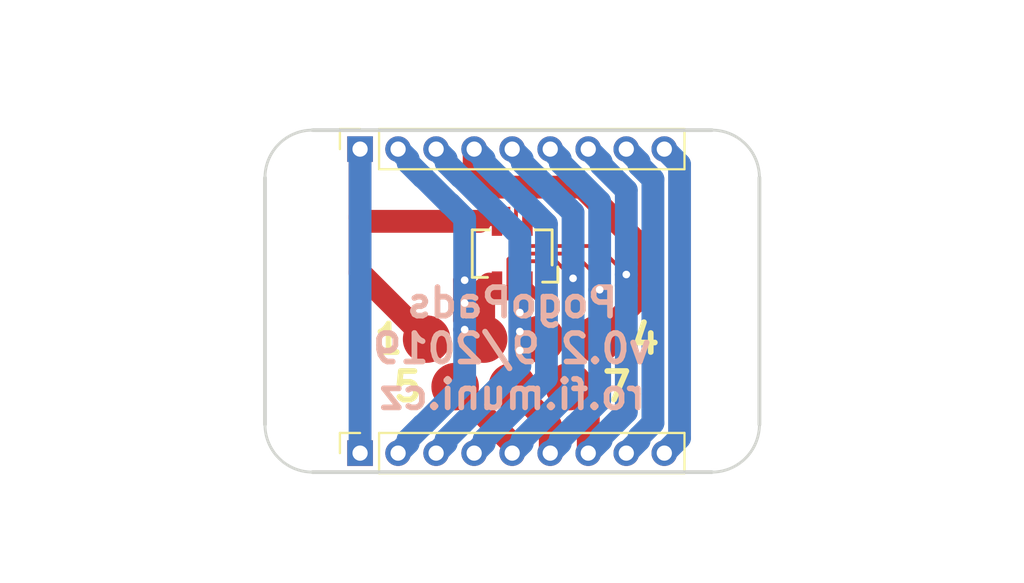
<source format=kicad_pcb>
(kicad_pcb (version 20221018) (generator pcbnew)
  (layers (0 "F.Cu" signal) (31 "B.Cu" signal) (34 "B.Paste" user) (35 "F.Paste" user) (36 "B.SilkS" user "B.Silkscreen") (37 "F.SilkS" user "F.Silkscreen") (38 "B.Mask" user) (39 "F.Mask" user) (44 "Edge.Cuts" user))
  (net 0 "")
  (net 1 "1")
  (net 2 "2")
  (net 3 "3")
  (net 4 "4")
  (net 5 "5")
  (net 6 "6")
  (net 7 "7")
  (net 8 "8")
  (net 9 "9")
  (net 10 "Net-(J4-Pad6)")
  (footprint "rofi:pogo_pads_4_3" (layer "F.Cu") (at 118.5 70)
    (fp_text reference "J3" hide)
    (fp_text value "POGO")
    (pad "1" smd circle (at -4.5 0) (size 2.5 2.5) (layers "F.Cu" "F.Paste" "F.Mask") (net 1 "1"))
    (pad "2" smd circle (at -1.5 0) (size 2.5 2.5) (layers "F.Cu" "F.Paste" "F.Mask") (net 2 "2"))
    (pad "3" smd circle (at 1.5 0) (size 2.5 2.5) (layers "F.Cu" "F.Paste" "F.Mask") (net 3 "3"))
    (pad "4" smd circle (at 4.5 0) (size 2.5 2.5) (layers "F.Cu" "F.Paste" "F.Mask") (net 4 "4"))
    (pad "5" smd circle (at -3 2.5) (size 2.5 2.5) (layers "F.Cu" "F.Paste" "F.Mask") (net 5 "5"))
    (pad "6" smd circle (at 0 2.5) (size 2.5 2.5) (layers "F.Cu" "F.Paste" "F.Mask") (net 6 "6"))
    (pad "7" smd circle (at 3 2.5) (size 2.5 2.5) (layers "F.Cu" "F.Paste" "F.Mask") (net 7 "7"))
  )
  (footprint "MountingHole:MountingHole_2mm" (layer "F.Cu") (at 129.2 68)
    (fp_text reference "H1" hide)
    (fp_text value "MountingHole")
    (pad "" np_thru_hole circle (at 0 0) (size 2 2) (drill 2) (layers "*.Cu" "*.Mask"))
  )
  (footprint "MountingHole:MountingHole_2mm" (layer "F.Cu") (at 107.8 67.9)
    (fp_text reference "H2" hide)
    (fp_text value "MountingHole")
    (pad "" np_thru_hole circle (at 0 0) (size 2 2) (drill 2) (layers "*.Cu" "*.Mask"))
  )
  (footprint "Connector_PinSocket_2.00mm:PinSocket_1x09_P2.00mm_Vertical" (layer "F.Cu") (at 110.5 76 90)
    (fp_text reference "J1" hide)
    (fp_text value "IN")
    (fp_line (start -1.06 1) (end -1.06 17.06) (stroke (width 0.12)) (layer "F.SilkS"))
    (fp_line (start -1.06 1) (end 1.06 1) (stroke (width 0.12)) (layer "F.SilkS"))
    (fp_line (start -1.06 17.06) (end 1.06 17.06) (stroke (width 0.12)) (layer "F.SilkS"))
    (fp_line (start 0 -1.06) (end 1.06 -1.06) (stroke (width 0.12)) (layer "F.SilkS"))
    (fp_line (start 1.06 -1.06) (end 1.06 0) (stroke (width 0.12)) (layer "F.SilkS"))
    (fp_line (start 1.06 1) (end 1.06 17.06) (stroke (width 0.12)) (layer "F.SilkS"))
    (pad "1" thru_hole rect (at 0 0 90) (size 1.35 1.35) (drill 0.8) (layers "*.Cu" "*.Mask") (net 1 "1"))
    (pad "2" thru_hole oval (at 0 2 90) (size 1.35 1.35) (drill 0.8) (layers "*.Cu" "*.Mask") (net 2 "2"))
    (pad "3" thru_hole oval (at 0 4 90) (size 1.35 1.35) (drill 0.8) (layers "*.Cu" "*.Mask") (net 3 "3"))
    (pad "4" thru_hole oval (at 0 6 90) (size 1.35 1.35) (drill 0.8) (layers "*.Cu" "*.Mask") (net 4 "4"))
    (pad "5" thru_hole oval (at 0 8 90) (size 1.35 1.35) (drill 0.8) (layers "*.Cu" "*.Mask") (net 5 "5"))
    (pad "6" thru_hole oval (at 0 10 90) (size 1.35 1.35) (drill 0.8) (layers "*.Cu" "*.Mask") (net 6 "6"))
    (pad "7" thru_hole oval (at 0 12 90) (size 1.35 1.35) (drill 0.8) (layers "*.Cu" "*.Mask") (net 7 "7"))
    (pad "8" thru_hole oval (at 0 14 90) (size 1.35 1.35) (drill 0.8) (layers "*.Cu" "*.Mask") (net 8 "8"))
    (pad "9" thru_hole oval (at 0 16 90) (size 1.35 1.35) (drill 0.8) (layers "*.Cu" "*.Mask") (net 9 "9"))
  )
  (footprint "Connector_PinSocket_2.00mm:PinSocket_1x09_P2.00mm_Vertical" (layer "F.Cu") (at 110.5 60 90)
    (fp_text reference "J2" hide)
    (fp_text value "OUT")
    (fp_line (start -1.06 1) (end -1.06 17.06) (stroke (width 0.12)) (layer "F.SilkS"))
    (fp_line (start -1.06 1) (end 1.06 1) (stroke (width 0.12)) (layer "F.SilkS"))
    (fp_line (start -1.06 17.06) (end 1.06 17.06) (stroke (width 0.12)) (layer "F.SilkS"))
    (fp_line (start 0 -1.06) (end 1.06 -1.06) (stroke (width 0.12)) (layer "F.SilkS"))
    (fp_line (start 1.06 -1.06) (end 1.06 0) (stroke (width 0.12)) (layer "F.SilkS"))
    (fp_line (start 1.06 1) (end 1.06 17.06) (stroke (width 0.12)) (layer "F.SilkS"))
    (pad "1" thru_hole rect (at 0 0 90) (size 1.35 1.35) (drill 0.8) (layers "*.Cu" "*.Mask") (net 1 "1"))
    (pad "2" thru_hole oval (at 0 2 90) (size 1.35 1.35) (drill 0.8) (layers "*.Cu" "*.Mask") (net 2 "2"))
    (pad "3" thru_hole oval (at 0 4 90) (size 1.35 1.35) (drill 0.8) (layers "*.Cu" "*.Mask") (net 3 "3"))
    (pad "4" thru_hole oval (at 0 6 90) (size 1.35 1.35) (drill 0.8) (layers "*.Cu" "*.Mask") (net 4 "4"))
    (pad "5" thru_hole oval (at 0 8 90) (size 1.35 1.35) (drill 0.8) (layers "*.Cu" "*.Mask") (net 5 "5"))
    (pad "6" thru_hole oval (at 0 10 90) (size 1.35 1.35) (drill 0.8) (layers "*.Cu" "*.Mask") (net 6 "6"))
    (pad "7" thru_hole oval (at 0 12 90) (size 1.35 1.35) (drill 0.8) (layers "*.Cu" "*.Mask") (net 7 "7"))
    (pad "8" thru_hole oval (at 0 14 90) (size 1.35 1.35) (drill 0.8) (layers "*.Cu" "*.Mask") (net 8 "8"))
    (pad "9" thru_hole oval (at 0 16 90) (size 1.35 1.35) (drill 0.8) (layers "*.Cu" "*.Mask") (net 9 "9"))
  )
  (footprint "rofi:molex-505004-0812" (layer "F.Cu") (at 118.5 65.5 180)
    (fp_text reference "J4" hide)
    (fp_text value "Molex")
    (fp_line (start -2.4 -1.5) (end -2.4 -0.7) (stroke (width 0.15)) (layer "F.SilkS"))
    (fp_line (start -2.1 -0.6) (end -2.1 1.25) (stroke (width 0.15)) (layer "F.SilkS"))
    (fp_line (start -2.1 1.25) (end -1.2 1.25) (stroke (width 0.15)) (layer "F.SilkS"))
    (fp_line (start -1.6 -1.5) (end -2.4 -1.5) (stroke (width 0.15)) (layer "F.SilkS"))
    (fp_line (start 1.2 1.25) (end 2.1 1.25) (stroke (width 0.15)) (layer "F.SilkS"))
    (fp_line (start 2.1 -1.25) (end 1.3 -1.25) (stroke (width 0.15)) (layer "F.SilkS"))
    (fp_line (start 2.1 1.25) (end 2.1 -1.25) (stroke (width 0.15)) (layer "F.SilkS"))
    (pad "1" smd rect (at -0.8 -1.7 180) (size 0.55 1.524) (layers "F.Cu" "F.Paste" "F.Mask") (net 3 "3"))
    (pad "2" smd rect (at -0.8 1.7 180) (size 0.55 1.524) (layers "F.Cu" "F.Paste" "F.Mask") (net 4 "4"))
    (pad "3" smd rect (at -0.2 -1.7 180) (size 0.2 1.524) (layers "F.Cu" "F.Paste" "F.Mask") (net 5 "5"))
    (pad "4" smd rect (at -0.2 1.7 180) (size 0.2 1.524) (layers "F.Cu" "F.Paste" "F.Mask") (net 7 "7"))
    (pad "5" smd rect (at 0.2 -1.7 180) (size 0.2 1.524) (layers "F.Cu" "F.Paste" "F.Mask") (net 6 "6"))
    (pad "6" smd rect (at 0.2 1.7 180) (size 0.2 1.524) (layers "F.Cu" "F.Paste" "F.Mask") (net 10 "Net-(J4-Pad6)"))
    (pad "7" smd rect (at 0.8 -1.7 180) (size 0.55 1.524) (layers "F.Cu" "F.Paste" "F.Mask") (net 2 "2"))
    (pad "8" smd rect (at 0.8 1.7 180) (size 0.55 1.524) (layers "F.Cu" "F.Paste" "F.Mask") (net 1 "1"))
  )
  (gr_line (start 108 59) (end 129 59) (stroke (width 0.2)) (layer "Edge.Cuts"))
  (gr_line (start 131.5 74.5) (end 131.5 61.5) (stroke (width 0.2)) (layer "Edge.Cuts"))
  (gr_arc (start 105.5 61.5) (mid 106.232233 59.732233) (end 108 59) (stroke (width 0.15)) (layer "Edge.Cuts"))
  (gr_line (start 105.5 61.5) (end 105.5 74.5) (stroke (width 0.2)) (layer "Edge.Cuts"))
  (gr_line (start 108 77) (end 129 77) (stroke (width 0.2)) (layer "Edge.Cuts"))
  (gr_arc (start 129 59) (mid 130.767767 59.732233) (end 131.5 61.5) (stroke (width 0.15)) (layer "Edge.Cuts"))
  (gr_arc (start 131.5 74.5) (mid 130.767767 76.267767) (end 129 77) (stroke (width 0.15)) (layer "Edge.Cuts"))
  (gr_arc (start 108 77) (mid 106.232233 76.267767) (end 105.5 74.5) (stroke (width 0.15)) (layer "Edge.Cuts"))
  (gr_text "PogoPads\nv0.2 9/2019\nro.fi.muni.cz" (at 118.5 70.5) (layer "B.SilkS") (effects (font (size 1.5 1.5) (thickness 0.3)) (justify mirror)))
  (gr_text "7" (at 124 72.5) (layer "F.SilkS") (effects (font (size 1.5 1.5) (thickness 0.3))))
  (gr_text "4" (at 125.5 70) (layer "F.SilkS") (effects (font (size 1.5 1.5) (thickness 0.3))))
  (gr_text "1" (at 112 70) (layer "F.SilkS") (effects (font (size 1.5 1.5) (thickness 0.3))))
  (gr_text "5" (at 113 72.5) (layer "F.SilkS") (effects (font (size 1.5 1.5) (thickness 0.3))))
  (segment (start 110.725 63.8) (end 110.5 63.575) (width 1.2) (layer "F.Cu") (net 1))
  (segment (start 110.5 63.575) (end 110.5 60.8) (width 1.2) (layer "F.Cu") (net 1))
  (segment (start 116.8 63.8) (end 117.7 63.8) (width 0.5) (layer "F.Cu") (net 1))
  (segment (start 116.8 63.8) (end 110.725 63.8) (width 1.2) (layer "F.Cu") (net 1))
  (segment (start 110.5 66.5) (end 114 70) (width 1.2) (layer "F.Cu") (net 1))
  (segment (start 110.5 63.575) (end 110.5 66.5) (width 1.2) (layer "F.Cu") (net 1))
  (segment (start 110.5 60) (end 110.5 76) (width 1.2) (layer "B.Cu") (net 1))
  (segment (start 117 69.454594) (end 117 70) (width 1.5) (layer "F.Cu") (net 2))
  (segment (start 116.000002 66.900002) (end 116 66.9) (width 1.2) (layer "F.Cu") (net 2))
  (segment (start 117 70) (end 116.5 70) (width 1.2) (layer "F.Cu") (net 2))
  (segment (start 117.3 67.1) (end 117 67.4) (width 1.2) (layer "F.Cu") (net 2))
  (segment (start 117 67.9) (end 117.7 67.2) (width 0.5) (layer "F.Cu") (net 2))
  (segment (start 117 67.4) (end 117 70) (width 1.2) (layer "F.Cu") (net 2))
  (segment (start 116.5 70) (end 116 69.5) (width 1.2) (layer "F.Cu") (net 2))
  (segment (start 116.000002 69.000002) (end 116.000002 66.900002) (width 1.2) (layer "F.Cu") (net 2))
  (segment (start 116.000002 68.1) (end 116.000002 66.900002) (width 1.2) (layer "F.Cu") (net 2))
  (segment (start 116.000002 68.1) (end 116.000002 69.000002) (width 1.2) (layer "F.Cu") (net 2))
  (segment (start 116.000002 69.000002) (end 117 70) (width 1.2) (layer "F.Cu") (net 2))
  (segment (start 117 69.743998) (end 117 70) (width 1.5) (layer "F.Cu") (net 2))
  (via (at 116 66.9) (size 0.8) (drill 0.4) (layers "F.Cu" "B.Cu") (net 2))
  (via (at 116 69.5) (size 0.8) (drill 0.4) (layers "F.Cu" "B.Cu") (net 2))
  (via (at 116.000002 68.1) (size 0.8) (drill 0.4) (layers "F.Cu" "B.Cu") (net 2))
  (segment (start 113.812087 74.524999) (end 113.791999 74.524999) (width 1.2) (layer "B.Cu") (net 2))
  (segment (start 112.5 60) (end 113.024999 60.524999) (width 1.2) (layer "B.Cu") (net 2))
  (segment (start 116 63.642827) (end 116 69.5) (width 1.2) (layer "B.Cu") (net 2))
  (segment (start 113.791999 74.524999) (end 113.024999 75.291999) (width 1.2) (layer "B.Cu") (net 2))
  (segment (start 113.024999 75.291999) (end 113.024999 75.475001) (width 1.2) (layer "B.Cu") (net 2))
  (segment (start 113.791999 61.475001) (end 113.812086 61.475001) (width 1.2) (layer "B.Cu") (net 2))
  (segment (start 113.024999 60.708001) (end 113.791999 61.475001) (width 1.2) (layer "B.Cu") (net 2))
  (segment (start 113.024999 60.524999) (end 113.024999 60.708001) (width 1.2) (layer "B.Cu") (net 2))
  (segment (start 115.232184 62.875011) (end 116 63.642827) (width 1.2) (layer "B.Cu") (net 2))
  (segment (start 116 69.5) (end 116 72.337086) (width 1.2) (layer "B.Cu") (net 2))
  (segment (start 113.024999 75.475001) (end 112.5 76) (width 1.2) (layer "B.Cu") (net 2))
  (segment (start 115.212096 62.875011) (end 115.232184 62.875011) (width 1.2) (layer "B.Cu") (net 2))
  (segment (start 116 72.337086) (end 113.812087 74.524999) (width 1.2) (layer "B.Cu") (net 2))
  (segment (start 113.812086 61.475001) (end 115.212096 62.875011) (width 1.2) (layer "B.Cu") (net 2))
  (segment (start 120 70) (end 120 69.743998) (width 1.5) (layer "F.Cu") (net 3))
  (segment (start 120 67.9) (end 119.3 67.2) (width 0.5) (layer "F.Cu") (net 3))
  (segment (start 119.5 70) (end 118.9 70.6) (width 0.5) (layer "F.Cu") (net 3))
  (segment (start 119.3 70) (end 118.89994 69.59994) (width 0.5) (layer "F.Cu") (net 3))
  (segment (start 120 69.7) (end 118.89994 68.59994) (width 0.5) (layer "F.Cu") (net 3))
  (segment (start 120 70) (end 120 67.9) (width 0.5) (layer "F.Cu") (net 3))
  (segment (start 120 70) (end 119.3 70) (width 0.5) (layer "F.Cu") (net 3))
  (segment (start 120 70) (end 119.5 70) (width 0.5) (layer "F.Cu") (net 3))
  (segment (start 120 70) (end 120 69.7) (width 0.5) (layer "F.Cu") (net 3))
  (via (at 118.89994 69.59994) (size 0.8) (drill 0.4) (layers "F.Cu" "B.Cu") (net 3))
  (via (at 118.9 70.6) (size 0.8) (drill 0.4) (layers "F.Cu" "B.Cu") (net 3))
  (via (at 118.89994 68.59994) (size 0.8) (drill 0.4) (layers "F.Cu" "B.Cu") (net 3))
  (segment (start 117.232184 62.875011) (end 117.212096 62.875011) (width 1.2) (layer "B.Cu") (net 3))
  (segment (start 118.89994 69.59994) (end 118.89994 68.59994) (width 1.2) (layer "B.Cu") (net 3))
  (segment (start 118.89994 68.59994) (end 118.89994 64.522679) (width 1.2) (layer "B.Cu") (net 3))
  (segment (start 115.024999 75.291999) (end 118.89994 71.417058) (width 1.2) (layer "B.Cu") (net 3))
  (segment (start 118.632193 64.275021) (end 117.232184 62.875011) (width 1.2) (layer "B.Cu") (net 3))
  (segment (start 115.024999 60.708001) (end 115.024999 60.524999) (width 1.2) (layer "B.Cu") (net 3))
  (segment (start 115.812086 61.475001) (end 115.791999 61.475001) (width 1.2) (layer "B.Cu") (net 3))
  (segment (start 118.89994 71.417058) (end 118.89994 69.59994) (width 1.2) (layer "B.Cu") (net 3))
  (segment (start 114.5 76) (end 115.024999 75.475001) (width 1.2) (layer "B.Cu") (net 3))
  (segment (start 115.024999 60.524999) (end 114.5 60) (width 1.2) (layer "B.Cu") (net 3))
  (segment (start 117.212096 62.875011) (end 115.812086 61.475001) (width 1.2) (layer "B.Cu") (net 3))
  (segment (start 115.024999 75.475001) (end 115.024999 75.291999) (width 1.2) (layer "B.Cu") (net 3))
  (segment (start 118.652282 64.275021) (end 118.632193 64.275021) (width 1.2) (layer "B.Cu") (net 3))
  (segment (start 118.89994 64.522679) (end 118.652282 64.275021) (width 1.2) (layer "B.Cu") (net 3))
  (segment (start 115.791999 61.475001) (end 115.024999 60.708001) (width 1.2) (layer "B.Cu") (net 3))
  (segment (start 125.5 65.323998) (end 125.5 67.5) (width 1.2) (layer "F.Cu") (net 4))
  (segment (start 122.176002 62) (end 125.5 65.323998) (width 1.2) (layer "F.Cu") (net 4))
  (segment (start 125.5 67.5) (end 123 70) (width 1.2) (layer "F.Cu") (net 4))
  (segment (start 116.5 61) (end 117.5 62) (width 1.2) (layer "F.Cu") (net 4))
  (segment (start 117.5 62) (end 119.3 62) (width 1.2) (layer "F.Cu") (net 4))
  (segment (start 119.3 63.8) (end 119.3 62) (width 0.5) (layer "F.Cu") (net 4))
  (segment (start 116.5 60) (end 116.5 61) (width 1.2) (layer "F.Cu") (net 4))
  (segment (start 119.3 62) (end 122.176002 62) (width 1.2) (layer "F.Cu") (net 4))
  (segment (start 119.212096 62.875011) (end 119.232184 62.875011) (width 1.2) (layer "B.Cu") (net 4))
  (segment (start 117.024999 60.708001) (end 117.791999 61.475001) (width 1.2) (layer "B.Cu") (net 4))
  (segment (start 119.212096 73.124989) (end 117.812086 74.524999) (width 1.2) (layer "B.Cu") (net 4))
  (segment (start 116.5 60) (end 117.024999 60.524999) (width 1.2) (layer "B.Cu") (net 4))
  (segment (start 117.812086 74.524999) (end 117.791999 74.524999) (width 1.2) (layer "B.Cu") (net 4))
  (segment (start 120.29995 72.057222) (end 119.232183 73.124989) (width 1.2) (layer "B.Cu") (net 4))
  (segment (start 117.024999 75.291999) (end 117.024999 75.475001) (width 1.2) (layer "B.Cu") (net 4))
  (segment (start 119.232183 73.124989) (end 119.212096 73.124989) (width 1.2) (layer "B.Cu") (net 4))
  (segment (start 117.791999 74.524999) (end 117.024999 75.291999) (width 1.2) (layer "B.Cu") (net 4))
  (segment (start 117.024999 75.475001) (end 116.5 76) (width 1.2) (layer "B.Cu") (net 4))
  (segment (start 117.024999 60.524999) (end 117.024999 60.708001) (width 1.2) (layer "B.Cu") (net 4))
  (segment (start 117.812086 61.475001) (end 119.212096 62.875011) (width 1.2) (layer "B.Cu") (net 4))
  (segment (start 120.29995 63.942777) (end 120.29995 72.057222) (width 1.2) (layer "B.Cu") (net 4))
  (segment (start 117.791999 61.475001) (end 117.812086 61.475001) (width 1.2) (layer "B.Cu") (net 4))
  (segment (start 119.232184 62.875011) (end 120.29995 63.942777) (width 1.2) (layer "B.Cu") (net 4))
  (segment (start 118.7 67.2) (end 118.7 66.222998) (width 0.2) (layer "F.Cu") (net 5))
  (segment (start 119.022998 65.9) (end 120.8 65.9) (width 0.2) (layer "F.Cu") (net 5))
  (segment (start 115.5 72.5) (end 118.5 75.5) (width 1.2) (layer "F.Cu") (net 5))
  (segment (start 120.8 65.9) (end 121.7 66.8) (width 0.2) (layer "F.Cu") (net 5))
  (segment (start 118.7 66.222998) (end 119.022998 65.9) (width 0.2) (layer "F.Cu") (net 5))
  (via (at 121.7 66.8) (size 0.8) (drill 0.4) (layers "F.Cu" "B.Cu") (net 5))
  (segment (start 119.024999 75.475001) (end 118.5 76) (width 1.2) (layer "B.Cu") (net 5))
  (segment (start 121.69996 72.657213) (end 121.232184 73.124989) (width 1.2) (layer "B.Cu") (net 5))
  (segment (start 121.212096 62.875011) (end 121.232184 62.875011) (width 1.2) (layer "B.Cu") (net 5))
  (segment (start 119.024999 60.524999) (end 119.024999 60.708001) (width 1.2) (layer "B.Cu") (net 5))
  (segment (start 119.791999 74.524999) (end 119.024999 75.291999) (width 1.2) (layer "B.Cu") (net 5))
  (segment (start 119.791999 61.475001) (end 119.812086 61.475001) (width 1.2) (layer "B.Cu") (net 5))
  (segment (start 119.812086 74.524999) (end 119.791999 74.524999) (width 1.2) (layer "B.Cu") (net 5))
  (segment (start 121.212096 73.124989) (end 119.812086 74.524999) (width 1.2) (layer "B.Cu") (net 5))
  (segment (start 121.232184 62.875011) (end 121.69996 63.342787) (width 1.2) (layer "B.Cu") (net 5))
  (segment (start 119.812086 61.475001) (end 121.212096 62.875011) (width 1.2) (layer "B.Cu") (net 5))
  (segment (start 118.5 60) (end 119.024999 60.524999) (width 1.2) (layer "B.Cu") (net 5))
  (segment (start 121.69996 63.342787) (end 121.69996 72.657213) (width 1.2) (layer "B.Cu") (net 5))
  (segment (start 119.024999 75.291999) (end 119.024999 75.475001) (width 1.2) (layer "B.Cu") (net 5))
  (segment (start 121.232184 73.124989) (end 121.212096 73.124989) (width 1.2) (layer "B.Cu") (net 5))
  (segment (start 119.024999 60.708001) (end 119.791999 61.475001) (width 1.2) (layer "B.Cu") (net 5))
  (segment (start 121.765685 65.5) (end 123.09997 66.834285) (width 0.2) (layer "F.Cu") (net 6))
  (segment (start 118.3 65.8) (end 118.6 65.5) (width 0.2) (layer "F.Cu") (net 6))
  (segment (start 118.5 72.5) (end 120.5 74.5) (width 1.2) (layer "F.Cu") (net 6))
  (segment (start 118.6 65.5) (end 121.765685 65.5) (width 0.2) (layer "F.Cu") (net 6))
  (segment (start 123.09997 66.834285) (end 123.09997 67.39997) (width 0.2) (layer "F.Cu") (net 6))
  (segment (start 120.5 74.5) (end 120.5 76) (width 1.2) (layer "F.Cu") (net 6))
  (segment (start 118.3 67.2) (end 118.3 65.8) (width 0.2) (layer "F.Cu") (net 6))
  (segment (start 118.5 72.5) (end 118.5 72.756002) (width 1.5) (layer "F.Cu") (net 6))
  (via (at 123.09997 67.39997) (size 0.8) (drill 0.4) (layers "F.Cu" "B.Cu") (net 6))
  (segment (start 123.09997 73.237115) (end 121.812086 74.524999) (width 1.2) (layer "B.Cu") (net 6))
  (segment (start 121.791999 61.475001) (end 121.812086 61.475001) (width 1.2) (layer "B.Cu") (net 6))
  (segment (start 121.791999 74.524999) (end 121.024999 75.291999) (width 1.2) (layer "B.Cu") (net 6))
  (segment (start 121.024999 60.524999) (end 121.024999 60.708001) (width 1.2) (layer "B.Cu") (net 6))
  (segment (start 121.812086 74.524999) (end 121.791999 74.524999) (width 1.2) (layer "B.Cu") (net 6))
  (segment (start 121.024999 60.708001) (end 121.791999 61.475001) (width 1.2) (layer "B.Cu") (net 6))
  (segment (start 121.024999 75.475001) (end 120.5 76) (width 1.2) (layer "B.Cu") (net 6))
  (segment (start 120.5 60) (end 121.024999 60.524999) (width 1.2) (layer "B.Cu") (net 6))
  (segment (start 121.024999 75.291999) (end 121.024999 75.475001) (width 1.2) (layer "B.Cu") (net 6))
  (segment (start 123.09997 67.39997) (end 123.09997 73.237115) (width 1.2) (layer "B.Cu") (net 6))
  (segment (start 121.812086 61.475001) (end 123.09997 62.762885) (width 1.2) (layer "B.Cu") (net 6))
  (segment (start 123.09997 62.762885) (end 123.09997 67.39997) (width 1.2) (layer "B.Cu") (net 6))
  (segment (start 119.038 65.1) (end 123.000034 65.1) (width 0.2) (layer "F.Cu") (net 7))
  (segment (start 122.5 73.5) (end 122.5 76) (width 1.2) (layer "F.Cu") (net 7))
  (segment (start 123.000034 65.1) (end 124.099981 66.199947) (width 0.2) (layer "F.Cu") (net 7))
  (segment (start 118.7 63.8) (end 118.7 64.762) (width 0.2) (layer "F.Cu") (net 7))
  (segment (start 121.5 72.5) (end 122.5 73.5) (width 1.2) (layer "F.Cu") (net 7))
  (segment (start 124.099981 66.199947) (end 124.49998 66.599946) (width 0.2) (layer "F.Cu") (net 7))
  (segment (start 118.7 64.762) (end 119.038 65.1) (width 0.2) (layer "F.Cu") (net 7))
  (via (at 124.49998 66.599946) (size 0.8) (drill 0.4) (layers "F.Cu" "B.Cu") (net 7))
  (segment (start 124.49998 66.034261) (end 124.49998 66.599946) (width 1.2) (layer "B.Cu") (net 7))
  (segment (start 123.174999 75.325001) (end 123.174999 75.162086) (width 1.2) (layer "B.Cu") (net 7))
  (segment (start 122.5 60) (end 123.174999 60.674999) (width 1.2) (layer "B.Cu") (net 7))
  (segment (start 124.49998 62.162894) (end 124.49998 66.034261) (width 1.2) (layer "B.Cu") (net 7))
  (segment (start 124.49998 73.837105) (end 124.49998 67.165631) (width 1.2) (layer "B.Cu") (net 7))
  (segment (start 123.174999 60.674999) (end 123.174999 60.837913) (width 1.2) (layer "B.Cu") (net 7))
  (segment (start 123.174999 75.162086) (end 124.49998 73.837105) (width 1.2) (layer "B.Cu") (net 7))
  (segment (start 123.174999 60.837913) (end 124.49998 62.162894) (width 1.2) (layer "B.Cu") (net 7))
  (segment (start 124.49998 67.165631) (end 124.49998 66.599946) (width 1.2) (layer "B.Cu") (net 7))
  (segment (start 122.5 76) (end 123.174999 75.325001) (width 1.2) (layer "B.Cu") (net 7))
  (segment (start 125.174999 60.674999) (end 125.174999 60.857999) (width 1.2) (layer "B.Cu") (net 8))
  (segment (start 124.5 60) (end 125.174999 60.674999) (width 1.2) (layer "B.Cu") (net 8))
  (segment (start 125.174999 75.142) (end 125.174999 75.325001) (width 1.2) (layer "B.Cu") (net 8))
  (segment (start 125.174999 60.857999) (end 125.90001 61.58301) (width 1.2) (layer "B.Cu") (net 8))
  (segment (start 125.90001 61.58301) (end 125.90001 74.416989) (width 1.2) (layer "B.Cu") (net 8))
  (segment (start 125.174999 75.325001) (end 124.5 76) (width 1.2) (layer "B.Cu") (net 8))
  (segment (start 125.90001 74.416989) (end 125.174999 75.142) (width 1.2) (layer "B.Cu") (net 8))
  (segment (start 126.5 60) (end 127.30002 60.80002) (width 1.2) (layer "B.Cu") (net 9))
  (segment (start 127.30002 60.80002) (end 127.30002 75.19998) (width 1.2) (layer "B.Cu") (net 9))
  (segment (start 127.30002 75.19998) (end 127.174999 75.325001) (width 1.2) (layer "B.Cu") (net 9))
  (segment (start 127.174999 75.325001) (end 126.5 76) (width 1.2) (layer "B.Cu") (net 9))
)
</source>
